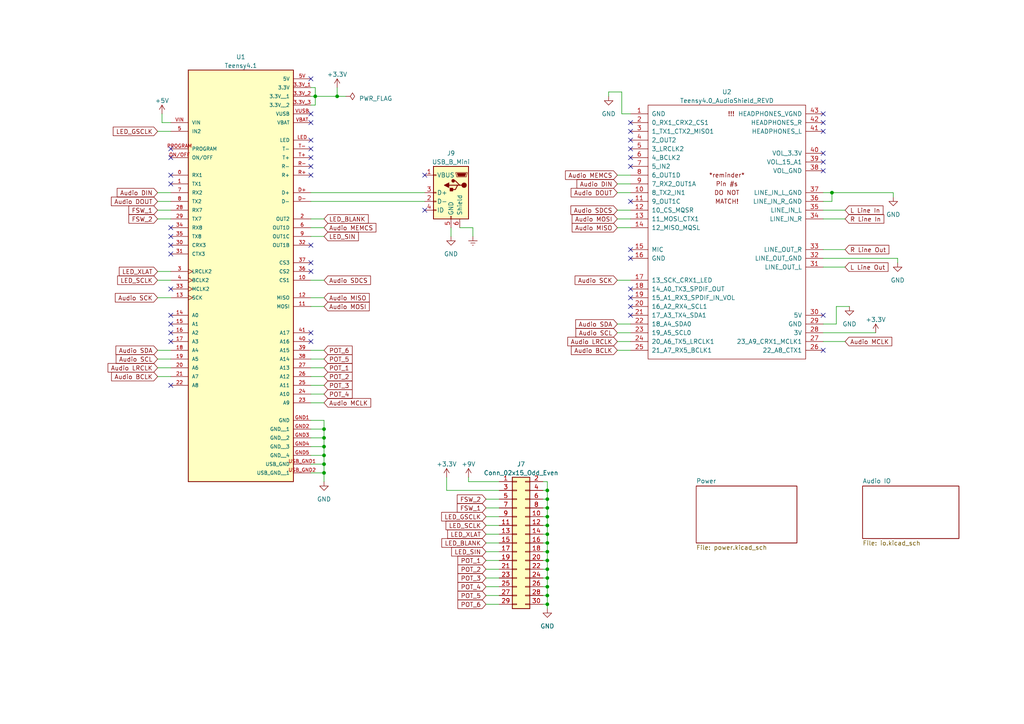
<source format=kicad_sch>
(kicad_sch (version 20230121) (generator eeschema)
  (paper "A4")
  (lib_symbols
    (symbol "Connector:USB_B_Mini" (pin_names (offset 1.016))
      (property "Reference" "J" (at -5.08 11.43 0))
      (property "Value" "USB_B_Mini" (at -5.08 8.89 0))
      (symbol "USB_B_Mini_0_1"
        (rectangle (start -5.08 -7.62) (end 5.08 7.62) (stroke (width 0.254)) (fill (type background)))
        (circle (center -3.81 2.159) (radius 0.635) (stroke (width 0.254)) (fill (type outline)))
        (circle (center -0.635 3.429) (radius 0.381) (stroke (width 0.254)) (fill (type outline)))
        (rectangle (start -0.127 -7.62) (end 0.127 -6.858))
        (polyline (pts (xy -1.905 2.159) (xy 0.635 2.159)) (stroke (width 0.254)))
        (polyline (pts (xy -3.175 2.159) (xy -2.54 2.159) (xy -1.27 3.429) (xy -0.635 3.429)) (stroke (width 0.254)))
        (polyline (pts (xy -2.54 2.159) (xy -1.905 2.159) (xy -1.27 0.889) (xy 0 0.889)) (stroke (width 0.254)))
        (polyline (pts (xy 0.635 2.794) (xy 0.635 1.524) (xy 1.905 2.159) (xy 0.635 2.794)) (stroke (width 0.254)) (fill (type outline)))
        (polyline (pts (xy -4.318 5.588) (xy -1.778 5.588) (xy -2.032 4.826) (xy -4.064 4.826) (xy -4.318 5.588)) (fill (type outline)))
        (polyline (pts (xy -4.699 5.842) (xy -4.699 5.588) (xy -4.445 4.826) (xy -4.445 4.572) (xy -1.651 4.572) (xy -1.651 4.826) (xy -1.397 5.588) (xy -1.397 5.842) (xy -4.699 5.842)))
        (rectangle (start 0.254 1.27) (end -0.508 0.508) (stroke (width 0.254)) (fill (type outline)))
        (rectangle (start 5.08 -5.207) (end 4.318 -4.953))
        (rectangle (start 5.08 -2.667) (end 4.318 -2.413))
        (rectangle (start 5.08 -0.127) (end 4.318 0.127))
        (rectangle (start 5.08 4.953) (end 4.318 5.207))
      )
      (symbol "USB_B_Mini_1_1"
        (pin power_out line (at 7.62 5.08 180) (length 2.54) (name "VBUS") (number "1"))
        (pin bidirectional line (at 7.62 -2.54 180) (length 2.54) (name "D-") (number "2"))
        (pin bidirectional line (at 7.62 0 180) (length 2.54) (name "D+") (number "3"))
        (pin passive line (at 7.62 -5.08 180) (length 2.54) (name "ID") (number "4"))
        (pin power_out line (at 0 -10.16 90) (length 2.54) (name "GND") (number "5"))
        (pin passive line (at -2.54 -10.16 90) (length 2.54) (name "Shield") (number "6"))
      )
    )
    (symbol "Connector_Generic:Conn_02x15_Odd_Even" (pin_names (offset 1.016) hide)
      (property "Reference" "J" (at 1.27 20.32 0))
      (property "Value" "Conn_02x15_Odd_Even" (at 1.27 -20.32 0))
      (symbol "Conn_02x15_Odd_Even_1_1"
        (rectangle (start -1.27 -17.653) (end 0 -17.907) (stroke (width 0.1524)))
        (rectangle (start -1.27 -15.113) (end 0 -15.367) (stroke (width 0.1524)))
        (rectangle (start -1.27 -12.573) (end 0 -12.827) (stroke (width 0.1524)))
        (rectangle (start -1.27 -10.033) (end 0 -10.287) (stroke (width 0.1524)))
        (rectangle (start -1.27 -7.493) (end 0 -7.747) (stroke (width 0.1524)))
        (rectangle (start -1.27 -4.953) (end 0 -5.207) (stroke (width 0.1524)))
        (rectangle (start -1.27 -2.413) (end 0 -2.667) (stroke (width 0.1524)))
        (rectangle (start -1.27 0.127) (end 0 -0.127) (stroke (width 0.1524)))
        (rectangle (start -1.27 2.667) (end 0 2.413) (stroke (width 0.1524)))
        (rectangle (start -1.27 5.207) (end 0 4.953) (stroke (width 0.1524)))
        (rectangle (start -1.27 7.747) (end 0 7.493) (stroke (width 0.1524)))
        (rectangle (start -1.27 10.287) (end 0 10.033) (stroke (width 0.1524)))
        (rectangle (start -1.27 12.827) (end 0 12.573) (stroke (width 0.1524)))
        (rectangle (start -1.27 15.367) (end 0 15.113) (stroke (width 0.1524)))
        (rectangle (start -1.27 17.907) (end 0 17.653) (stroke (width 0.1524)))
        (rectangle (start -1.27 19.05) (end 3.81 -19.05) (stroke (width 0.254)) (fill (type background)))
        (rectangle (start 3.81 -17.653) (end 2.54 -17.907) (stroke (width 0.1524)))
        (rectangle (start 3.81 -15.113) (end 2.54 -15.367) (stroke (width 0.1524)))
        (rectangle (start 3.81 -12.573) (end 2.54 -12.827) (stroke (width 0.1524)))
        (rectangle (start 3.81 -10.033) (end 2.54 -10.287) (stroke (width 0.1524)))
        (rectangle (start 3.81 -7.493) (end 2.54 -7.747) (stroke (width 0.1524)))
        (rectangle (start 3.81 -4.953) (end 2.54 -5.207) (stroke (width 0.1524)))
        (rectangle (start 3.81 -2.413) (end 2.54 -2.667) (stroke (width 0.1524)))
        (rectangle (start 3.81 0.127) (end 2.54 -0.127) (stroke (width 0.1524)))
        (rectangle (start 3.81 2.667) (end 2.54 2.413) (stroke (width 0.1524)))
        (rectangle (start 3.81 5.207) (end 2.54 4.953) (stroke (width 0.1524)))
        (rectangle (start 3.81 7.747) (end 2.54 7.493) (stroke (width 0.1524)))
        (rectangle (start 3.81 10.287) (end 2.54 10.033) (stroke (width 0.1524)))
        (rectangle (start 3.81 12.827) (end 2.54 12.573) (stroke (width 0.1524)))
        (rectangle (start 3.81 15.367) (end 2.54 15.113) (stroke (width 0.1524)))
        (rectangle (start 3.81 17.907) (end 2.54 17.653) (stroke (width 0.1524)))
        (pin passive line (at -5.08 17.78 0) (length 3.81) (name "Pin_1") (number "1"))
        (pin passive line (at 7.62 7.62 180) (length 3.81) (name "Pin_10") (number "10"))
        (pin passive line (at -5.08 5.08 0) (length 3.81) (name "Pin_11") (number "11"))
        (pin passive line (at 7.62 5.08 180) (length 3.81) (name "Pin_12") (number "12"))
        (pin passive line (at -5.08 2.54 0) (length 3.81) (name "Pin_13") (number "13"))
        (pin passive line (at 7.62 2.54 180) (length 3.81) (name "Pin_14") (number "14"))
        (pin passive line (at -5.08 0 0) (length 3.81) (name "Pin_15") (number "15"))
        (pin passive line (at 7.62 0 180) (length 3.81) (name "Pin_16") (number "16"))
        (pin passive line (at -5.08 -2.54 0) (length 3.81) (name "Pin_17") (number "17"))
        (pin passive line (at 7.62 -2.54 180) (length 3.81) (name "Pin_18") (number "18"))
        (pin passive line (at -5.08 -5.08 0) (length 3.81) (name "Pin_19") (number "19"))
        (pin passive line (at 7.62 17.78 180) (length 3.81) (name "Pin_2") (number "2"))
        (pin passive line (at 7.62 -5.08 180) (length 3.81) (name "Pin_20") (number "20"))
        (pin passive line (at -5.08 -7.62 0) (length 3.81) (name "Pin_21") (number "21"))
        (pin passive line (at 7.62 -7.62 180) (length 3.81) (name "Pin_22") (number "22"))
        (pin passive line (at -5.08 -10.16 0) (length 3.81) (name "Pin_23") (number "23"))
        (pin passive line (at 7.62 -10.16 180) (length 3.81) (name "Pin_24") (number "24"))
        (pin passive line (at -5.08 -12.7 0) (length 3.81) (name "Pin_25") (number "25"))
        (pin passive line (at 7.62 -12.7 180) (length 3.81) (name "Pin_26") (number "26"))
        (pin passive line (at -5.08 -15.24 0) (length 3.81) (name "Pin_27") (number "27"))
        (pin passive line (at 7.62 -15.24 180) (length 3.81) (name "Pin_28") (number "28"))
        (pin passive line (at -5.08 -17.78 0) (length 3.81) (name "Pin_29") (number "29"))
        (pin passive line (at -5.08 15.24 0) (length 3.81) (name "Pin_3") (number "3"))
        (pin passive line (at 7.62 -17.78 180) (length 3.81) (name "Pin_30") (number "30"))
        (pin passive line (at 7.62 15.24 180) (length 3.81) (name "Pin_4") (number "4"))
        (pin passive line (at -5.08 12.7 0) (length 3.81) (name "Pin_5") (number "5"))
        (pin passive line (at 7.62 12.7 180) (length 3.81) (name "Pin_6") (number "6"))
        (pin passive line (at -5.08 10.16 0) (length 3.81) (name "Pin_7") (number "7"))
        (pin passive line (at 7.62 10.16 180) (length 3.81) (name "Pin_8") (number "8"))
        (pin passive line (at -5.08 7.62 0) (length 3.81) (name "Pin_9") (number "9"))
      )
    )
    (symbol "DEV-16771:DEV-16771" (pin_names (offset 1.016))
      (property "Reference" "U1" (at 0 54.61 0))
      (property "Value" "Teensy4.1" (at 0 52.07 0))
      (symbol "DEV-16771_0_0"
        (rectangle (start -15.24 -68.58) (end 15.24 50.8) (stroke (width 0.254)) (fill (type background)))
        (pin bidirectional line (at -20.32 20.32 0) (length 5.08) (name "RX1") (number "0"))
        (pin bidirectional line (at -20.32 17.78 0) (length 5.08) (name "TX1") (number "1"))
        (pin bidirectional line (at 20.32 -10.16 180) (length 5.08) (name "CS1") (number "10"))
        (pin bidirectional line (at 20.32 -17.78 180) (length 5.08) (name "MOSI") (number "11"))
        (pin bidirectional line (at 20.32 -15.24 180) (length 5.08) (name "MISO") (number "12"))
        (pin bidirectional clock (at -20.32 -15.24 0) (length 5.08) (name "SCK") (number "13"))
        (pin bidirectional line (at -20.32 -20.32 0) (length 5.08) (name "A0") (number "14"))
        (pin bidirectional line (at -20.32 -22.86 0) (length 5.08) (name "A1") (number "15"))
        (pin bidirectional line (at -20.32 -25.4 0) (length 5.08) (name "A2") (number "16"))
        (pin bidirectional line (at -20.32 -27.94 0) (length 5.08) (name "A3") (number "17"))
        (pin bidirectional line (at -20.32 -30.48 0) (length 5.08) (name "A4") (number "18"))
        (pin bidirectional line (at -20.32 -33.02 0) (length 5.08) (name "A5") (number "19"))
        (pin output line (at 20.32 7.62 180) (length 5.08) (name "OUT2") (number "2"))
        (pin bidirectional line (at -20.32 -35.56 0) (length 5.08) (name "A6") (number "20"))
        (pin bidirectional line (at -20.32 -38.1 0) (length 5.08) (name "A7") (number "21"))
        (pin bidirectional line (at -20.32 -40.64 0) (length 5.08) (name "A8") (number "22"))
        (pin bidirectional line (at 20.32 -45.72 180) (length 5.08) (name "A9") (number "23"))
        (pin bidirectional line (at 20.32 -43.18 180) (length 5.08) (name "A10") (number "24"))
        (pin bidirectional line (at 20.32 -40.64 180) (length 5.08) (name "A11") (number "25"))
        (pin bidirectional line (at 20.32 -38.1 180) (length 5.08) (name "A12") (number "26"))
        (pin bidirectional line (at 20.32 -35.56 180) (length 5.08) (name "A13") (number "27"))
        (pin bidirectional line (at -20.32 10.16 0) (length 5.08) (name "RX7") (number "28"))
        (pin bidirectional line (at -20.32 7.62 0) (length 5.08) (name "TX7") (number "29"))
        (pin bidirectional clock (at -20.32 -7.62 0) (length 5.08) (name "LRCLK2") (number "3"))
        (pin power_in line (at 20.32 45.72 180) (length 5.08) (name "3.3V") (number "3.3V_1"))
        (pin power_in line (at 20.32 43.18 180) (length 5.08) (name "3.3V__1") (number "3.3V_2"))
        (pin power_in line (at 20.32 40.64 180) (length 5.08) (name "3.3V__2") (number "3.3V_3"))
        (pin bidirectional line (at -20.32 0 0) (length 5.08) (name "CRX3") (number "30"))
        (pin bidirectional line (at -20.32 -2.54 0) (length 5.08) (name "CTX3") (number "31"))
        (pin output line (at 20.32 0 180) (length 5.08) (name "OUT1B") (number "32"))
        (pin bidirectional clock (at -20.32 -12.7 0) (length 5.08) (name "MCLK2") (number "33"))
        (pin bidirectional line (at -20.32 5.08 0) (length 5.08) (name "RX8") (number "34"))
        (pin bidirectional line (at -20.32 2.54 0) (length 5.08) (name "TX8") (number "35"))
        (pin bidirectional line (at 20.32 -7.62 180) (length 5.08) (name "CS2") (number "36"))
        (pin bidirectional line (at 20.32 -5.08 180) (length 5.08) (name "CS3") (number "37"))
        (pin bidirectional line (at 20.32 -33.02 180) (length 5.08) (name "A14") (number "38"))
        (pin bidirectional line (at 20.32 -30.48 180) (length 5.08) (name "A15") (number "39"))
        (pin bidirectional clock (at -20.32 -10.16 0) (length 5.08) (name "BCLK2") (number "4"))
        (pin bidirectional line (at 20.32 -27.94 180) (length 5.08) (name "A16") (number "40"))
        (pin bidirectional line (at 20.32 -25.4 180) (length 5.08) (name "A17") (number "41"))
        (pin bidirectional line (at -20.32 33.02 0) (length 5.08) (name "IN2") (number "5"))
        (pin power_in line (at 20.32 48.26 180) (length 5.08) (name "5V") (number "5V"))
        (pin output line (at 20.32 5.08 180) (length 5.08) (name "OUT1D") (number "6"))
        (pin bidirectional line (at -20.32 15.24 0) (length 5.08) (name "RX2") (number "7"))
        (pin bidirectional line (at -20.32 12.7 0) (length 5.08) (name "TX2") (number "8"))
        (pin output line (at 20.32 2.54 180) (length 5.08) (name "OUT1C") (number "9"))
        (pin bidirectional line (at 20.32 15.24 180) (length 5.08) (name "D+") (number "D+"))
        (pin bidirectional line (at 20.32 12.7 180) (length 5.08) (name "D-") (number "D-"))
        (pin power_in line (at 20.32 -50.8 180) (length 5.08) (name "GND") (number "GND1"))
        (pin power_in line (at 20.32 -53.34 180) (length 5.08) (name "GND__1") (number "GND2"))
        (pin power_in line (at 20.32 -55.88 180) (length 5.08) (name "GND__2") (number "GND3"))
        (pin power_in line (at 20.32 -58.42 180) (length 5.08) (name "GND__3") (number "GND4"))
        (pin power_in line (at 20.32 -60.96 180) (length 5.08) (name "GND__4") (number "GND5"))
        (pin bidirectional line (at 20.32 30.48 180) (length 5.08) (name "LED") (number "LED"))
        (pin bidirectional line (at -20.32 25.4 0) (length 5.08) (name "ON/OFF") (number "ON/OFF"))
        (pin bidirectional line (at -20.32 27.94 0) (length 5.08) (name "PROGRAM") (number "PROGRAM"))
        (pin bidirectional line (at 20.32 20.32 180) (length 5.08) (name "R+") (number "R+"))
        (pin bidirectional line (at 20.32 22.86 180) (length 5.08) (name "R-") (number "R-"))
        (pin bidirectional line (at 20.32 25.4 180) (length 5.08) (name "T+") (number "T+"))
        (pin bidirectional line (at 20.32 27.94 180) (length 5.08) (name "T-") (number "T-"))
        (pin power_in line (at 20.32 -63.5 180) (length 5.08) (name "USB_GND") (number "USB_GND1"))
        (pin power_in line (at 20.32 -66.04 180) (length 5.08) (name "USB_GND__1") (number "USB_GND2"))
        (pin passive line (at 20.32 35.56 180) (length 5.08) (name "VBAT") (number "VBAT"))
        (pin input line (at -20.32 35.56 0) (length 5.08) (name "VIN") (number "VIN"))
        (pin passive line (at 20.32 38.1 180) (length 5.08) (name "VUSB") (number "VUSB"))
      )
    )
    (symbol "Teensy MCUs:Teensy4.0_AudioShield_REVD" (pin_names (offset 1.016))
      (property "Reference" "U" (at 0 39.37 0))
      (property "Value" "Teensy4.0_AudioShield_REVD" (at 0 -39.37 0))
      (symbol "Teensy4.0_AudioShield_REVD_0_0"
        (text "!!!" (at 1.27 34.29 0) (effects (font (size 1.27 1.27))))
        (text "*reminder*" (at 0 16.51 0) (effects (font (size 1.27 1.27))))
        (text "DO NOT" (at 0 11.43 0) (effects (font (size 1.27 1.27))))
        (text "MATCH!" (at 0 8.89 0) (effects (font (size 1.27 1.27))))
        (text "Pin #s" (at 0 13.97 0) (effects (font (size 1.27 1.27))))
        (pin bidirectional line (at -27.94 11.43 0) (length 5.08) (name "8_TX2_IN1") (number "10"))
        (pin bidirectional line (at -27.94 8.89 0) (length 5.08) (name "9_OUT1C") (number "11"))
        (pin bidirectional line (at -27.94 6.35 0) (length 5.08) (name "10_CS_MQSR") (number "12"))
        (pin bidirectional line (at -27.94 3.81 0) (length 5.08) (name "11_MOSI_CTX1") (number "13"))
        (pin bidirectional line (at -27.94 1.27 0) (length 5.08) (name "12_MISO_MQSL") (number "14"))
        (pin bidirectional line (at -27.94 -5.08 0) (length 5.08) (name "MIC") (number "15"))
        (pin power_in line (at -27.94 -7.62 0) (length 5.08) (name "GND") (number "16"))
        (pin bidirectional line (at -27.94 -13.97 0) (length 5.08) (name "13_SCK_CRX1_LED") (number "17"))
        (pin bidirectional line (at -27.94 -16.51 0) (length 5.08) (name "14_A0_TX3_SPDIF_OUT") (number "18"))
        (pin bidirectional line (at -27.94 -19.05 0) (length 5.08) (name "15_A1_RX3_SPDIF_IN_VOL") (number "19"))
        (pin bidirectional line (at -27.94 -21.59 0) (length 5.08) (name "16_A2_RX4_SCL1") (number "20"))
        (pin bidirectional line (at -27.94 -24.13 0) (length 5.08) (name "17_A3_TX4_SDA1") (number "21"))
        (pin bidirectional line (at -27.94 -26.67 0) (length 5.08) (name "18_A4_SDA0") (number "22"))
        (pin bidirectional line (at -27.94 -29.21 0) (length 5.08) (name "19_A5_SCL0") (number "23"))
        (pin bidirectional line (at -27.94 -31.75 0) (length 5.08) (name "20_A6_TX5_LRCLK1") (number "24"))
        (pin bidirectional line (at -27.94 -34.29 0) (length 5.08) (name "21_A7_RX5_BCLK1") (number "25"))
        (pin bidirectional line (at 27.94 -34.29 180) (length 5.08) (name "22_A8_CTX1") (number "26"))
        (pin bidirectional line (at 27.94 -31.75 180) (length 5.08) (name "23_A9_CRX1_MCLK1") (number "27"))
        (pin power_out line (at 27.94 -29.21 180) (length 5.08) (name "3V") (number "28"))
        (pin power_in line (at 27.94 -26.67 180) (length 5.08) (name "GND") (number "29"))
        (pin power_out line (at 27.94 -24.13 180) (length 5.08) (name "5V") (number "30"))
        (pin bidirectional line (at 27.94 -10.16 180) (length 5.08) (name "LINE_OUT_L") (number "31"))
        (pin power_in line (at 27.94 -7.62 180) (length 5.08) (name "LINE_OUT_GND") (number "32"))
        (pin bidirectional line (at 27.94 -5.08 180) (length 5.08) (name "LINE_OUT_R") (number "33"))
        (pin bidirectional line (at 27.94 3.81 180) (length 5.08) (name "LINE_IN_R") (number "34"))
        (pin bidirectional line (at 27.94 6.35 180) (length 5.08) (name "LINE_IN_L") (number "35"))
        (pin power_in line (at 27.94 8.89 180) (length 5.08) (name "LINE_IN_R_GND") (number "36"))
        (pin power_in line (at 27.94 11.43 180) (length 5.08) (name "LINE_IN_L_GND") (number "37"))
        (pin bidirectional line (at 27.94 17.78 180) (length 5.08) (name "VOL_GND") (number "38"))
        (pin bidirectional line (at 27.94 20.32 180) (length 5.08) (name "VOL_15_A1") (number "39"))
        (pin bidirectional line (at 27.94 22.86 180) (length 5.08) (name "VOL_3.3V") (number "40"))
        (pin bidirectional line (at 27.94 29.21 180) (length 5.08) (name "HEADPHONES_L") (number "41"))
        (pin bidirectional line (at 27.94 31.75 180) (length 5.08) (name "HEADPHONES_R") (number "42"))
        (pin power_in line (at 27.94 34.29 180) (length 5.08) (name "HEADPHONES_VGND") (number "43"))
        (pin bidirectional line (at -27.94 24.13 0) (length 5.08) (name "3_LRCLK2") (number "5"))
        (pin bidirectional line (at -27.94 21.59 0) (length 5.08) (name "4_BCLK2") (number "6"))
        (pin bidirectional line (at -27.94 19.05 0) (length 5.08) (name "5_IN2") (number "7"))
        (pin bidirectional line (at -27.94 16.51 0) (length 5.08) (name "6_OUT1D") (number "8"))
        (pin bidirectional line (at -27.94 13.97 0) (length 5.08) (name "7_RX2_OUT1A") (number "9"))
      )
      (symbol "Teensy4.0_AudioShield_REVD_0_1"
        (rectangle (start -22.86 36.83) (end 22.86 -36.83))
        (rectangle (start -20.32 -31.75) (end -20.32 -31.75))
      )
      (symbol "Teensy4.0_AudioShield_REVD_1_1"
        (pin power_in line (at -27.94 34.29 0) (length 5.08) (name "GND") (number "1"))
        (pin bidirectional line (at -27.94 31.75 0) (length 5.08) (name "0_RX1_CRX2_CS1") (number "2"))
        (pin bidirectional line (at -27.94 29.21 0) (length 5.08) (name "1_TX1_CTX2_MISO1") (number "3"))
        (pin bidirectional line (at -27.94 26.67 0) (length 5.08) (name "2_OUT2") (number "4"))
      )
    )
    (symbol "power:+3.3V" (power) (pin_names (offset 0))
      (property "Value" "+3.3V" (at 0 3.556 0))
      (symbol "+3.3V_0_1"
        (polyline (pts (xy -0.762 1.27) (xy 0 2.54)))
        (polyline (pts (xy 0 0) (xy 0 2.54)))
        (polyline (pts (xy 0 2.54) (xy 0.762 1.27)))
      )
      (symbol "+3.3V_1_1"
        (pin power_in line (at 0 0 90) (length 0) hide (name "+3.3V") (number "1"))
      )
    )
    (symbol "power:+5V" (power) (pin_names (offset 0))
      (property "Value" "+5V" (at 0 3.556 0))
      (symbol "+5V_0_1"
        (polyline (pts (xy -0.762 1.27) (xy 0 2.54)))
        (polyline (pts (xy 0 0) (xy 0 2.54)))
        (polyline (pts (xy 0 2.54) (xy 0.762 1.27)))
      )
      (symbol "+5V_1_1"
        (pin power_in line (at 0 0 90) (length 0) hide (name "+5V") (number "1"))
      )
    )
    (symbol "power:+9V" (power) (pin_names (offset 0))
      (property "Value" "+9V" (at 0 3.556 0))
      (symbol "+9V_0_1"
        (polyline (pts (xy -0.762 1.27) (xy 0 2.54)))
        (polyline (pts (xy 0 0) (xy 0 2.54)))
        (polyline (pts (xy 0 2.54) (xy 0.762 1.27)))
      )
      (symbol "+9V_1_1"
        (pin power_in line (at 0 0 90) (length 0) hide (name "+9V") (number "1"))
      )
    )
    (symbol "power:Earth" (power) (pin_names (offset 0))
      (symbol "Earth_0_1"
        (polyline (pts (xy -0.635 -1.905) (xy 0.635 -1.905)))
        (polyline (pts (xy -0.127 -2.54) (xy 0.127 -2.54)))
        (polyline (pts (xy 0 -1.27) (xy 0 0)))
        (polyline (pts (xy 1.27 -1.27) (xy -1.27 -1.27)))
      )
      (symbol "Earth_1_1"
        (pin power_in line (at 0 0 270) (length 0) hide (name "Earth") (number "1"))
      )
    )
    (symbol "power:GND" (power) (pin_names (offset 0))
      (property "Value" "GND" (at 0 -3.81 0))
      (symbol "GND_0_1"
        (polyline (pts (xy 0 0) (xy 0 -1.27) (xy 1.27 -1.27) (xy 0 -2.54) (xy -1.27 -1.27) (xy 0 -1.27)))
      )
      (symbol "GND_1_1"
        (pin power_in line (at 0 0 270) (length 0) hide (name "GND") (number "1"))
      )
    )
    (symbol "power:PWR_FLAG" (power) (pin_numbers hide) (pin_names (offset 0) hide)
      (property "Value" "PWR_FLAG" (at 0 3.81 0))
      (symbol "PWR_FLAG_0_0"
        (pin power_out line (at 0 0 90) (length 0) (name "pwr") (number "1"))
      )
      (symbol "PWR_FLAG_0_1"
        (polyline (pts (xy 0 0) (xy 0 1.27) (xy -1.016 1.905) (xy 0 2.54) (xy 1.016 1.905) (xy 0 1.27)))
      )
    )
  )
  (junction (at 158.75 162.56))
  (junction (at 158.75 160.02))
  (junction (at 93.98 129.54))
  (junction (at 158.75 167.64))
  (junction (at 158.75 142.24))
  (junction (at 93.98 132.08))
  (junction (at 93.98 127))
  (junction (at 97.79 27.94))
  (junction (at 93.98 134.62))
  (junction (at 241.3 55.88))
  (junction (at 158.75 152.4))
  (junction (at 91.44 27.94))
  (junction (at 158.75 149.86))
  (junction (at 158.75 144.78))
  (junction (at 158.75 170.18))
  (junction (at 158.75 154.94))
  (junction (at 93.98 124.46))
  (junction (at 158.75 172.72))
  (junction (at 158.75 157.48))
  (junction (at 158.75 165.1))
  (junction (at 93.98 137.16))
  (junction (at 158.75 175.26))
  (junction (at 158.75 147.32))
  (no_connect (at 49.53 71.12))
  (no_connect (at 49.53 73.66))
  (no_connect (at 49.53 66.04))
  (no_connect (at 182.88 83.82))
  (no_connect (at 90.17 50.8))
  (no_connect (at 123.19 50.8))
  (no_connect (at 90.17 78.74))
  (no_connect (at 238.76 35.56))
  (no_connect (at 182.88 88.9))
  (no_connect (at 182.88 91.44))
  (no_connect (at 238.76 33.02))
  (no_connect (at 49.53 93.98))
  (no_connect (at 90.17 45.72))
  (no_connect (at 49.53 43.18))
  (no_connect (at 182.88 35.56))
  (no_connect (at 238.76 49.53))
  (no_connect (at 238.76 44.45))
  (no_connect (at 238.76 38.1))
  (no_connect (at 238.76 101.6))
  (no_connect (at 182.88 40.64))
  (no_connect (at 49.53 68.58))
  (no_connect (at 49.53 111.76))
  (no_connect (at 182.88 43.18))
  (no_connect (at 49.53 45.72))
  (no_connect (at 90.17 40.64))
  (no_connect (at 90.17 33.02))
  (no_connect (at 238.76 91.44))
  (no_connect (at 182.88 38.1))
  (no_connect (at 49.53 91.44))
  (no_connect (at 123.19 60.96))
  (no_connect (at 49.53 50.8))
  (no_connect (at 90.17 48.26))
  (no_connect (at 182.88 74.93))
  (no_connect (at 49.53 53.34))
  (no_connect (at 238.76 46.99))
  (no_connect (at 90.17 76.2))
  (no_connect (at 90.17 96.52))
  (no_connect (at 90.17 71.12))
  (no_connect (at 182.88 86.36))
  (no_connect (at 90.17 99.06))
  (no_connect (at 49.53 99.06))
  (no_connect (at 49.53 83.82))
  (no_connect (at 90.17 22.86))
  (no_connect (at 90.17 43.18))
  (no_connect (at 49.53 96.52))
  (no_connect (at 182.88 58.42))
  (no_connect (at 182.88 45.72))
  (no_connect (at 182.88 72.39))
  (no_connect (at 182.88 48.26))
  (no_connect (at 90.17 35.56))
  (wire (pts (xy 90.17 129.54) (xy 93.98 129.54)))
  (wire (pts (xy 157.48 152.4) (xy 158.75 152.4)))
  (wire (pts (xy 93.98 137.16) (xy 93.98 139.7)))
  (wire (pts (xy 140.97 162.56) (xy 144.78 162.56)))
  (wire (pts (xy 45.72 78.74) (xy 49.53 78.74)))
  (wire (pts (xy 90.17 58.42) (xy 123.19 58.42)))
  (wire (pts (xy 260.35 74.93) (xy 238.76 74.93)))
  (wire (pts (xy 158.75 157.48) (xy 158.75 160.02)))
  (wire (pts (xy 97.79 27.94) (xy 100.33 27.94)))
  (wire (pts (xy 90.17 88.9) (xy 93.98 88.9)))
  (wire (pts (xy 179.07 93.98) (xy 182.88 93.98)))
  (wire (pts (xy 45.72 63.5) (xy 49.53 63.5)))
  (wire (pts (xy 90.17 124.46) (xy 93.98 124.46)))
  (wire (pts (xy 157.48 162.56) (xy 158.75 162.56)))
  (wire (pts (xy 46.99 35.56) (xy 46.99 33.02)))
  (wire (pts (xy 45.72 81.28) (xy 49.53 81.28)))
  (wire (pts (xy 179.07 63.5) (xy 182.88 63.5)))
  (wire (pts (xy 158.75 172.72) (xy 158.75 175.26)))
  (wire (pts (xy 157.48 149.86) (xy 158.75 149.86)))
  (wire (pts (xy 179.07 96.52) (xy 182.88 96.52)))
  (wire (pts (xy 238.76 99.06) (xy 245.11 99.06)))
  (wire (pts (xy 49.53 35.56) (xy 46.99 35.56)))
  (wire (pts (xy 90.17 106.68) (xy 93.98 106.68)))
  (wire (pts (xy 91.44 25.4) (xy 91.44 27.94)))
  (wire (pts (xy 157.48 160.02) (xy 158.75 160.02)))
  (wire (pts (xy 45.72 106.68) (xy 49.53 106.68)))
  (wire (pts (xy 158.75 149.86) (xy 158.75 152.4)))
  (wire (pts (xy 157.48 172.72) (xy 158.75 172.72)))
  (wire (pts (xy 157.48 165.1) (xy 158.75 165.1)))
  (wire (pts (xy 238.76 63.5) (xy 245.11 63.5)))
  (wire (pts (xy 157.48 154.94) (xy 158.75 154.94)))
  (wire (pts (xy 180.34 33.02) (xy 182.88 33.02)))
  (wire (pts (xy 140.97 170.18) (xy 144.78 170.18)))
  (wire (pts (xy 45.72 55.88) (xy 49.53 55.88)))
  (wire (pts (xy 238.76 96.52) (xy 254 96.52)))
  (wire (pts (xy 242.57 93.98) (xy 238.76 93.98)))
  (wire (pts (xy 158.75 139.7) (xy 158.75 142.24)))
  (wire (pts (xy 90.17 132.08) (xy 93.98 132.08)))
  (wire (pts (xy 90.17 134.62) (xy 93.98 134.62)))
  (wire (pts (xy 91.44 30.48) (xy 91.44 27.94)))
  (wire (pts (xy 176.53 27.94) (xy 176.53 26.67)))
  (wire (pts (xy 158.75 167.64) (xy 158.75 170.18)))
  (wire (pts (xy 93.98 134.62) (xy 93.98 137.16)))
  (wire (pts (xy 90.17 127) (xy 93.98 127)))
  (wire (pts (xy 158.75 142.24) (xy 158.75 144.78)))
  (wire (pts (xy 242.57 88.9) (xy 246.38 88.9)))
  (wire (pts (xy 133.35 66.04) (xy 137.16 66.04)))
  (wire (pts (xy 90.17 137.16) (xy 93.98 137.16)))
  (wire (pts (xy 158.75 160.02) (xy 158.75 162.56)))
  (wire (pts (xy 135.89 138.43) (xy 135.89 139.7)))
  (wire (pts (xy 90.17 86.36) (xy 93.98 86.36)))
  (wire (pts (xy 259.08 55.88) (xy 259.08 57.15)))
  (wire (pts (xy 157.48 157.48) (xy 158.75 157.48)))
  (wire (pts (xy 45.72 86.36) (xy 49.53 86.36)))
  (wire (pts (xy 90.17 104.14) (xy 93.98 104.14)))
  (wire (pts (xy 179.07 81.28) (xy 182.88 81.28)))
  (wire (pts (xy 238.76 58.42) (xy 241.3 58.42)))
  (wire (pts (xy 259.08 55.88) (xy 241.3 55.88)))
  (wire (pts (xy 157.48 147.32) (xy 158.75 147.32)))
  (wire (pts (xy 90.17 68.58) (xy 93.98 68.58)))
  (wire (pts (xy 158.75 154.94) (xy 158.75 157.48)))
  (wire (pts (xy 157.48 144.78) (xy 158.75 144.78)))
  (wire (pts (xy 158.75 147.32) (xy 158.75 149.86)))
  (wire (pts (xy 238.76 55.88) (xy 241.3 55.88)))
  (wire (pts (xy 137.16 66.04) (xy 137.16 68.58)))
  (wire (pts (xy 130.81 66.04) (xy 130.81 68.58)))
  (wire (pts (xy 238.76 60.96) (xy 245.11 60.96)))
  (wire (pts (xy 90.17 30.48) (xy 91.44 30.48)))
  (wire (pts (xy 179.07 101.6) (xy 182.88 101.6)))
  (wire (pts (xy 90.17 25.4) (xy 91.44 25.4)))
  (wire (pts (xy 157.48 139.7) (xy 158.75 139.7)))
  (wire (pts (xy 179.07 99.06) (xy 182.88 99.06)))
  (wire (pts (xy 90.17 109.22) (xy 93.98 109.22)))
  (wire (pts (xy 90.17 114.3) (xy 93.98 114.3)))
  (wire (pts (xy 158.75 152.4) (xy 158.75 154.94)))
  (wire (pts (xy 90.17 116.84) (xy 93.98 116.84)))
  (wire (pts (xy 242.57 88.9) (xy 242.57 93.98)))
  (wire (pts (xy 140.97 149.86) (xy 144.78 149.86)))
  (wire (pts (xy 93.98 127) (xy 93.98 129.54)))
  (wire (pts (xy 45.72 58.42) (xy 49.53 58.42)))
  (wire (pts (xy 90.17 101.6) (xy 93.98 101.6)))
  (wire (pts (xy 135.89 139.7) (xy 144.78 139.7)))
  (wire (pts (xy 90.17 111.76) (xy 93.98 111.76)))
  (wire (pts (xy 260.35 76.2) (xy 260.35 74.93)))
  (wire (pts (xy 90.17 66.04) (xy 93.98 66.04)))
  (wire (pts (xy 179.07 66.04) (xy 182.88 66.04)))
  (wire (pts (xy 97.79 25.4) (xy 97.79 27.94)))
  (wire (pts (xy 238.76 72.39) (xy 245.11 72.39)))
  (wire (pts (xy 140.97 147.32) (xy 144.78 147.32)))
  (wire (pts (xy 45.72 104.14) (xy 49.53 104.14)))
  (wire (pts (xy 93.98 132.08) (xy 93.98 134.62)))
  (wire (pts (xy 158.75 175.26) (xy 158.75 176.53)))
  (wire (pts (xy 90.17 55.88) (xy 123.19 55.88)))
  (wire (pts (xy 45.72 38.1) (xy 49.53 38.1)))
  (wire (pts (xy 158.75 165.1) (xy 158.75 167.64)))
  (wire (pts (xy 129.54 142.24) (xy 129.54 138.43)))
  (wire (pts (xy 158.75 170.18) (xy 158.75 172.72)))
  (wire (pts (xy 241.3 55.88) (xy 241.3 58.42)))
  (wire (pts (xy 179.07 53.34) (xy 182.88 53.34)))
  (wire (pts (xy 158.75 162.56) (xy 158.75 165.1)))
  (wire (pts (xy 140.97 160.02) (xy 144.78 160.02)))
  (wire (pts (xy 158.75 144.78) (xy 158.75 147.32)))
  (wire (pts (xy 238.76 77.47) (xy 245.11 77.47)))
  (wire (pts (xy 140.97 154.94) (xy 144.78 154.94)))
  (wire (pts (xy 90.17 27.94) (xy 91.44 27.94)))
  (wire (pts (xy 157.48 167.64) (xy 158.75 167.64)))
  (wire (pts (xy 140.97 157.48) (xy 144.78 157.48)))
  (wire (pts (xy 157.48 170.18) (xy 158.75 170.18)))
  (wire (pts (xy 45.72 60.96) (xy 49.53 60.96)))
  (wire (pts (xy 140.97 167.64) (xy 144.78 167.64)))
  (wire (pts (xy 179.07 50.8) (xy 182.88 50.8)))
  (wire (pts (xy 90.17 63.5) (xy 93.98 63.5)))
  (wire (pts (xy 140.97 144.78) (xy 144.78 144.78)))
  (wire (pts (xy 90.17 81.28) (xy 93.98 81.28)))
  (wire (pts (xy 90.17 121.92) (xy 93.98 121.92)))
  (wire (pts (xy 91.44 27.94) (xy 97.79 27.94)))
  (wire (pts (xy 140.97 165.1) (xy 144.78 165.1)))
  (wire (pts (xy 179.07 60.96) (xy 182.88 60.96)))
  (wire (pts (xy 93.98 124.46) (xy 93.98 127)))
  (wire (pts (xy 140.97 175.26) (xy 144.78 175.26)))
  (wire (pts (xy 45.72 109.22) (xy 49.53 109.22)))
  (wire (pts (xy 179.07 55.88) (xy 182.88 55.88)))
  (wire (pts (xy 157.48 142.24) (xy 158.75 142.24)))
  (wire (pts (xy 93.98 121.92) (xy 93.98 124.46)))
  (wire (pts (xy 144.78 142.24) (xy 129.54 142.24)))
  (wire (pts (xy 180.34 26.67) (xy 180.34 33.02)))
  (wire (pts (xy 157.48 175.26) (xy 158.75 175.26)))
  (wire (pts (xy 93.98 129.54) (xy 93.98 132.08)))
  (wire (pts (xy 45.72 101.6) (xy 49.53 101.6)))
  (wire (pts (xy 140.97 172.72) (xy 144.78 172.72)))
  (wire (pts (xy 176.53 26.67) (xy 180.34 26.67)))
  (wire (pts (xy 140.97 152.4) (xy 144.78 152.4)))
  (global_label "Audio MEMCS" (shape input) (at 93.98 66.04 0) (property "Intersheetrefs" "${INTERSHEET_REFS}" (effects hide)))
  (global_label "POT_1" (shape input) (at 140.97 162.56 180) (property "Intersheetrefs" "${INTERSHEET_REFS}" (effects hide)))
  (global_label "Audio DOUT" (shape input) (at 45.72 58.42 180) (property "Intersheetrefs" "${INTERSHEET_REFS}" (effects hide)))
  (global_label "Audio MOSI" (shape input) (at 93.98 88.9 0) (property "Intersheetrefs" "${INTERSHEET_REFS}" (effects hide)))
  (global_label "Audio MISO" (shape input) (at 179.07 66.04 180) (property "Intersheetrefs" "${INTERSHEET_REFS}" (effects hide)))
  (global_label "Audio MCLK" (shape input) (at 245.11 99.06 0) (property "Intersheetrefs" "${INTERSHEET_REFS}" (effects hide)))
  (global_label "POT_5" (shape input) (at 93.98 104.14 0) (property "Intersheetrefs" "${INTERSHEET_REFS}" (effects hide)))
  (global_label "R Line Out" (shape input) (at 245.11 72.39 0) (property "Intersheetrefs" "${INTERSHEET_REFS}" (effects hide)))
  (global_label "Audio MCLK" (shape input) (at 93.98 116.84 0) (property "Intersheetrefs" "${INTERSHEET_REFS}" (effects hide)))
  (global_label "LED_BLANK" (shape input) (at 140.97 157.48 180) (property "Intersheetrefs" "${INTERSHEET_REFS}" (effects hide)))
  (global_label "LED_GSCLK" (shape input) (at 45.72 38.1 180) (property "Intersheetrefs" "${INTERSHEET_REFS}" (effects hide)))
  (global_label "Audio SCK" (shape input) (at 179.07 81.28 180) (property "Intersheetrefs" "${INTERSHEET_REFS}" (effects hide)))
  (global_label "Audio LRCLK" (shape input) (at 179.07 99.06 180) (property "Intersheetrefs" "${INTERSHEET_REFS}" (effects hide)))
  (global_label "Audio BCLK" (shape input) (at 179.07 101.6 180) (property "Intersheetrefs" "${INTERSHEET_REFS}" (effects hide)))
  (global_label "Audio LRCLK" (shape input) (at 45.72 106.68 180) (property "Intersheetrefs" "${INTERSHEET_REFS}" (effects hide)))
  (global_label "POT_5" (shape input) (at 140.97 172.72 180) (property "Intersheetrefs" "${INTERSHEET_REFS}" (effects hide)))
  (global_label "Audio DIN" (shape input) (at 179.07 53.34 180) (property "Intersheetrefs" "${INTERSHEET_REFS}" (effects hide)))
  (global_label "LED_SCLK" (shape input) (at 45.72 81.28 180) (property "Intersheetrefs" "${INTERSHEET_REFS}" (effects hide)))
  (global_label "Audio SCK" (shape input) (at 45.72 86.36 180) (property "Intersheetrefs" "${INTERSHEET_REFS}" (effects hide)))
  (global_label "Audio SDA" (shape input) (at 179.07 93.98 180) (property "Intersheetrefs" "${INTERSHEET_REFS}" (effects hide)))
  (global_label "LED_BLANK" (shape input) (at 93.98 63.5 0) (property "Intersheetrefs" "${INTERSHEET_REFS}" (effects hide)))
  (global_label "Audio SCL" (shape input) (at 179.07 96.52 180) (property "Intersheetrefs" "${INTERSHEET_REFS}" (effects hide)))
  (global_label "FSW_1" (shape input) (at 45.72 60.96 180) (property "Intersheetrefs" "${INTERSHEET_REFS}" (effects hide)))
  (global_label "FSW_2" (shape input) (at 45.72 63.5 180) (property "Intersheetrefs" "${INTERSHEET_REFS}" (effects hide)))
  (global_label "LED_SIN" (shape input) (at 140.97 160.02 180) (property "Intersheetrefs" "${INTERSHEET_REFS}" (effects hide)))
  (global_label "LED_XLAT" (shape input) (at 140.97 154.94 180) (property "Intersheetrefs" "${INTERSHEET_REFS}" (effects hide)))
  (global_label "POT_3" (shape input) (at 140.97 167.64 180) (property "Intersheetrefs" "${INTERSHEET_REFS}" (effects hide)))
  (global_label "Audio SDA" (shape input) (at 45.72 101.6 180) (property "Intersheetrefs" "${INTERSHEET_REFS}" (effects hide)))
  (global_label "FSW_1" (shape input) (at 140.97 147.32 180) (property "Intersheetrefs" "${INTERSHEET_REFS}" (effects hide)))
  (global_label "Audio SDCS" (shape input) (at 93.98 81.28 0) (property "Intersheetrefs" "${INTERSHEET_REFS}" (effects hide)))
  (global_label "Audio DIN" (shape input) (at 45.72 55.88 180) (property "Intersheetrefs" "${INTERSHEET_REFS}" (effects hide)))
  (global_label "POT_4" (shape input) (at 93.98 114.3 0) (property "Intersheetrefs" "${INTERSHEET_REFS}" (effects hide)))
  (global_label "Audio MISO" (shape input) (at 93.98 86.36 0) (property "Intersheetrefs" "${INTERSHEET_REFS}" (effects hide)))
  (global_label "Audio MOSI" (shape input) (at 179.07 63.5 180) (property "Intersheetrefs" "${INTERSHEET_REFS}" (effects hide)))
  (global_label "POT_6" (shape input) (at 140.97 175.26 180) (property "Intersheetrefs" "${INTERSHEET_REFS}" (effects hide)))
  (global_label "Audio SCL" (shape input) (at 45.72 104.14 180) (property "Intersheetrefs" "${INTERSHEET_REFS}" (effects hide)))
  (global_label "LED_SIN" (shape input) (at 93.98 68.58 0) (property "Intersheetrefs" "${INTERSHEET_REFS}" (effects hide)))
  (global_label "L Line In" (shape input) (at 245.11 60.96 0) (property "Intersheetrefs" "${INTERSHEET_REFS}" (effects hide)))
  (global_label "Audio MEMCS" (shape input) (at 179.07 50.8 180) (property "Intersheetrefs" "${INTERSHEET_REFS}" (effects hide)))
  (global_label "R Line In" (shape input) (at 245.11 63.5 0) (property "Intersheetrefs" "${INTERSHEET_REFS}" (effects hide)))
  (global_label "POT_1" (shape input) (at 93.98 106.68 0) (property "Intersheetrefs" "${INTERSHEET_REFS}" (effects hide)))
  (global_label "LED_XLAT" (shape input) (at 45.72 78.74 180) (property "Intersheetrefs" "${INTERSHEET_REFS}" (effects hide)))
  (global_label "L Line Out" (shape input) (at 245.11 77.47 0) (property "Intersheetrefs" "${INTERSHEET_REFS}" (effects hide)))
  (global_label "POT_3" (shape input) (at 93.98 111.76 0) (property "Intersheetrefs" "${INTERSHEET_REFS}" (effects hide)))
  (global_label "POT_6" (shape input) (at 93.98 101.6 0) (property "Intersheetrefs" "${INTERSHEET_REFS}" (effects hide)))
  (global_label "LED_SCLK" (shape input) (at 140.97 152.4 180) (property "Intersheetrefs" "${INTERSHEET_REFS}" (effects hide)))
  (global_label "POT_4" (shape input) (at 140.97 170.18 180) (property "Intersheetrefs" "${INTERSHEET_REFS}" (effects hide)))
  (global_label "LED_GSCLK" (shape input) (at 140.97 149.86 180) (property "Intersheetrefs" "${INTERSHEET_REFS}" (effects hide)))
  (global_label "POT_2" (shape input) (at 93.98 109.22 0) (property "Intersheetrefs" "${INTERSHEET_REFS}" (effects hide)))
  (global_label "Audio DOUT" (shape input) (at 179.07 55.88 180) (property "Intersheetrefs" "${INTERSHEET_REFS}" (effects hide)))
  (global_label "Audio SDCS" (shape input) (at 179.07 60.96 180) (property "Intersheetrefs" "${INTERSHEET_REFS}" (effects hide)))
  (global_label "Audio BCLK" (shape input) (at 45.72 109.22 180) (property "Intersheetrefs" "${INTERSHEET_REFS}" (effects hide)))
  (global_label "POT_2" (shape input) (at 140.97 165.1 180) (property "Intersheetrefs" "${INTERSHEET_REFS}" (effects hide)))
  (global_label "FSW_2" (shape input) (at 140.97 144.78 180) (property "Intersheetrefs" "${INTERSHEET_REFS}" (effects hide)))
  (symbol (lib_id "Teensy MCUs:Teensy4.0_AudioShield_REVD") (at 210.82 67.31 0) (unit 1)
    (property "Reference" "U2" (at 210.82 26.67 0))
    (property "Value" "Teensy4.0_AudioShield_REVD" (at 210.82 29.21 0))
    (property "Footprint" "Imported Footprints:4.0audioshield" (effects hide))
  )
  (symbol (lib_id "power:+3.3V") (at 129.54 138.43 0) (unit 1)
    (property "Reference" "#PWR018" (effects hide))
    (property "Value" "+3.3V" (at 129.54 134.62 0))
  )
  (symbol (lib_id "power:GND") (at 93.98 139.7 0) (unit 1)
    (property "Reference" "#PWR09" (effects hide))
    (property "Value" "GND" (at 93.98 144.78 0))
  )
  (symbol (lib_id "Connector:USB_B_Mini") (at 130.81 55.88 0) (mirror y) (unit 1)
    (property "Reference" "J9" (at 130.81 44.45 0))
    (property "Value" "USB_B_Mini" (at 130.81 46.99 0))
    (property "Footprint" "Connector_USB:USB_Mini-B_Wuerth_65100516121_Horizontal" (effects hide))
  )
  (symbol (lib_id "power:+5V") (at 46.99 33.02 0) (unit 1)
    (property "Reference" "#PWR06" (effects hide))
    (property "Value" "+5V" (at 46.99 29.21 0))
  )
  (symbol (lib_id "power:GND") (at 260.35 76.2 0) (unit 1)
    (property "Reference" "#PWR016" (effects hide))
    (property "Value" "GND" (at 260.35 81.28 0))
  )
  (symbol (lib_id "power:GND") (at 246.38 88.9 0) (unit 1)
    (property "Reference" "#PWR01" (effects hide))
    (property "Value" "GND" (at 246.38 93.98 0))
  )
  (symbol (lib_id "power:Earth") (at 137.16 68.58 0) (unit 1)
    (property "Reference" "#PWR025" (effects hide))
    (property "Value" "Earth" (effects hide))
  )
  (symbol (lib_id "Connector_Generic:Conn_02x15_Odd_Even") (at 149.86 157.48 0) (unit 1)
    (property "Reference" "J7" (at 151.13 134.62 0))
    (property "Value" "Conn_02x15_Odd_Even" (at 151.13 137.16 0))
    (property "Footprint" "Connector_IDC:IDC-Header_2x15_P2.54mm_Vertical" (effects hide))
  )
  (symbol (lib_id "DEV-16771:DEV-16771") (at 69.85 71.12 0) (unit 1)
    (property "Reference" "U1" (at 69.85 16.51 0))
    (property "Value" "Teensy4.1" (at 69.85 19.05 0))
    (property "Footprint" "Imported Footprints:MODULE_DEV-16771" (effects hide))
    (property "MANUFACTURER" "SparkFun Electronics" (effects hide))
    (property "STANDARD" "Manufacturer recommendations" (effects hide))
    (property "PARTREV" "4.1" (effects hide))
    (property "MAXIMUM_PACKAGE_HEIGHT" "4.07mm" (effects hide))
  )
  (symbol (lib_id "power:GND") (at 130.81 68.58 0) (mirror y) (unit 1)
    (property "Reference" "#PWR024" (effects hide))
    (property "Value" "GND" (at 130.81 73.66 0))
  )
  (symbol (lib_id "power:+9V") (at 135.89 138.43 0) (unit 1)
    (property "Reference" "#PWR020" (effects hide))
    (property "Value" "+9V" (at 135.89 134.62 0))
  )
  (symbol (lib_id "power:GND") (at 176.53 27.94 0) (unit 1)
    (property "Reference" "#PWR08" (effects hide))
    (property "Value" "GND" (at 176.53 33.02 0))
  )
  (symbol (lib_id "power:PWR_FLAG") (at 100.33 27.94 270) (unit 1)
    (property "Reference" "#FLG01" (effects hide))
    (property "Value" "PWR_FLAG" (at 104.14 28.575 90) (effects (justify left)))
  )
  (symbol (lib_id "power:GND") (at 259.08 57.15 0) (unit 1)
    (property "Reference" "#PWR017" (effects hide))
    (property "Value" "GND" (at 259.08 62.23 0))
  )
  (symbol (lib_id "power:+3.3V") (at 97.79 25.4 0) (unit 1)
    (property "Reference" "#PWR03" (effects hide))
    (property "Value" "+3.3V" (at 97.79 21.59 0))
  )
  (symbol (lib_id "power:+3.3V") (at 254 96.52 0) (unit 1)
    (property "Reference" "#PWR02" (effects hide))
    (property "Value" "+3.3V" (at 254 92.71 0))
  )
  (symbol (lib_id "power:GND") (at 158.75 176.53 0) (unit 1)
    (property "Reference" "#PWR021" (effects hide))
    (property "Value" "GND" (at 158.75 181.61 0))
  )
  (sheet (at 201.93 140.97) (size 29.21 16.51) (stroke (width 0.1524))
    (property "Sheetname" "Power" (at 201.93 140.2584 0) (effects (justify left bottom)))
    (property "Sheetfile" "power.kicad_sch" (at 201.93 158.0646 0) (effects (justify left top)))
  )
  (sheet (at 250.19 140.97) (size 27.94 15.24) (stroke (width 0.1524))
    (property "Sheetname" "Audio IO" (at 250.19 140.2584 0) (effects (justify left bottom)))
    (property "Sheetfile" "io.kicad_sch" (at 250.19 156.7946 0) (effects (justify left top)))
  )
)
</source>
